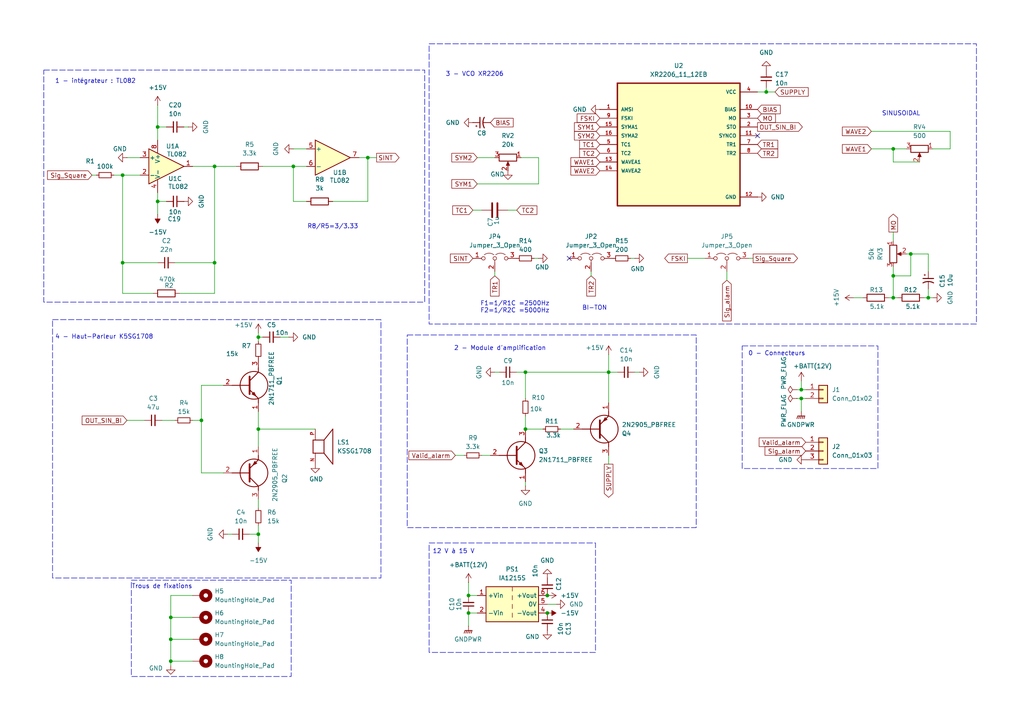
<source format=kicad_sch>
(kicad_sch (version 20250114) (generator "eeschema") (generator_version "9.0")
  (paper "A4")
  (title_block (title "Alarme Laser - Sorties") (rev "V0") (company "ENSEA") (comment 1 "Ilias TALEB") (comment 2 "Mehdi KERD"))
  (lib_symbols
    (symbol "2N1711_PBFREE:2N1711_PBFREE" (pin_names (hide yes))
      (property "Reference" "Q" (at 13.97 1.27 0))
      (property "Value" "2N1711_PBFREE" (at 13.97 -1.27 0))
      (symbol "2N1711_PBFREE_1_1"
        (pin passive line (at 0 0 0) (length 2.54) (name "B") (number "2"))
        (pin passive line (at 10.16 7.62 270) (length 2.54) (name "C") (number "3"))
        (pin passive line (at 10.16 -7.62 90) (length 2.54) (name "E") (number "1"))
      )
    )
    (symbol "2N2905_PBFREE:2N2905_PBFREE" (pin_names (hide yes))
      (property "Reference" "Q" (at 13.97 1.27 0))
      (property "Value" "2N2905_PBFREE" (at 13.97 -1.27 0))
      (symbol "2N2905_PBFREE_1_1"
        (pin passive line (at 0 0 0) (length 2.54) (name "B") (number "2"))
        (pin passive line (at 10.16 7.62 270) (length 2.54) (name "C") (number "3"))
        (pin passive line (at 10.16 -7.62 90) (length 2.54) (name "E") (number "1"))
      )
    )
    (symbol "Amplifier_Operational:TL082" (pin_names (offset 0.127))
      (property "Reference" "U" (at 0 5.08 0))
      (property "Value" "TL082" (at 0 -5.08 0))
      (symbol "TL082_1_1"
        (pin input line (at -7.62 2.54 0) (length 2.54) (name "+") (number "3"))
        (pin input line (at -7.62 -2.54 0) (length 2.54) (name "-") (number "2"))
        (pin output line (at 7.62 0 180) (length 2.54) (name "~") (number "1"))
      )
      (symbol "TL082_2_1"
        (pin input line (at -7.62 2.54 0) (length 2.54) (name "+") (number "5"))
        (pin input line (at -7.62 -2.54 0) (length 2.54) (name "-") (number "6"))
        (pin output line (at 7.62 0 180) (length 2.54) (name "~") (number "7"))
      )
      (symbol "TL082_3_1"
        (pin power_in line (at -2.54 7.62 270) (length 3.81) (name "V+") (number "8"))
        (pin power_in line (at -2.54 -7.62 90) (length 3.81) (name "V-") (number "4"))
      )
    )
    (symbol "Connector_Generic:Conn_01x02" (pin_names (offset 1.016) (hide yes))
      (property "Reference" "J" (at 0 2.54 0))
      (property "Value" "Conn_01x02" (at 0 -5.08 0))
      (symbol "Conn_01x02_1_1"
        (pin passive line (at -5.08 0 0) (length 3.81) (name "Pin_1") (number "1"))
        (pin passive line (at -5.08 -2.54 0) (length 3.81) (name "Pin_2") (number "2"))
      )
    )
    (symbol "Connector_Generic:Conn_01x03" (pin_names (offset 1.016) (hide yes))
      (property "Reference" "J" (at 0 5.08 0))
      (property "Value" "Conn_01x03" (at 0 -5.08 0))
      (symbol "Conn_01x03_1_1"
        (pin passive line (at -5.08 2.54 0) (length 3.81) (name "Pin_1") (number "1"))
        (pin passive line (at -5.08 0 0) (length 3.81) (name "Pin_2") (number "2"))
        (pin passive line (at -5.08 -2.54 0) (length 3.81) (name "Pin_3") (number "3"))
      )
    )
    (symbol "Converter_DCDC:IA1215S"
      (property "Reference" "PS" (at -7.62 6.35 0))
      (property "Value" "IA1215S" (at 1.27 6.35 0))
      (symbol "IA1215S_0_0"
        (pin power_in line (at -10.16 2.54 0) (length 2.54) (name "+Vin") (number "1"))
        (pin power_in line (at -10.16 -2.54 0) (length 2.54) (name "-Vin") (number "2"))
        (pin power_out line (at 10.16 2.54 180) (length 2.54) (name "+Vout") (number "6"))
        (pin power_out line (at 10.16 0 180) (length 2.54) (name "0V") (number "5"))
        (pin power_out line (at 10.16 -2.54 180) (length 2.54) (name "-Vout") (number "4"))
      )
    )
    (symbol "Device:C" (pin_numbers (hide yes)) (pin_names (offset 0.254))
      (property "Reference" "C" (at 0.635 2.54 0))
      (property "Value" "C" (at 0.635 -2.54 0))
      (symbol "C_1_1"
        (pin passive line (at 0 3.81 270) (length 2.794) (name "~") (number "1"))
        (pin passive line (at 0 -3.81 90) (length 2.794) (name "~") (number "2"))
      )
    )
    (symbol "Device:C_Polarized_Small_US" (pin_numbers (hide yes)) (pin_names (offset 0.254) (hide yes))
      (property "Reference" "C" (at 0.254 1.778 0))
      (property "Value" "C_Polarized_Small_US" (at 0.254 -2.032 0))
      (symbol "C_Polarized_Small_US_1_1"
        (pin passive line (at 0 2.54 270) (length 2.032) (name "~") (number "1"))
        (pin passive line (at 0 -2.54 90) (length 2.032) (name "~") (number "2"))
      )
    )
    (symbol "Device:C_Small" (pin_numbers (hide yes)) (pin_names (offset 0.254) (hide yes))
      (property "Reference" "C" (at 0.254 1.778 0))
      (property "Value" "C_Small" (at 0.254 -2.032 0))
      (symbol "C_Small_1_1"
        (pin passive line (at 0 2.54 270) (length 2.032) (name "~") (number "1"))
        (pin passive line (at 0 -2.54 90) (length 2.032) (name "~") (number "2"))
      )
    )
    (symbol "Device:R" (pin_numbers (hide yes)) (pin_names (offset 0))
      (property "Reference" "R" (at 2.032 0 90))
      (property "Value" "R" (at 0 0 90))
      (symbol "R_1_1"
        (pin passive line (at 0 3.81 270) (length 1.27) (name "~") (number "1"))
        (pin passive line (at 0 -3.81 90) (length 1.27) (name "~") (number "2"))
      )
    )
    (symbol "Device:R_Potentiometer" (pin_names (offset 1.016) (hide yes))
      (property "Reference" "RV" (at -4.445 0 90))
      (property "Value" "R_Potentiometer" (at -2.54 0 90))
      (symbol "R_Potentiometer_1_1"
        (pin passive line (at 0 3.81 270) (length 1.27) (name "1") (number "1"))
        (pin passive line (at 0 -3.81 90) (length 1.27) (name "3") (number "3"))
        (pin passive line (at 3.81 0 180) (length 1.27) (name "2") (number "2"))
      )
    )
    (symbol "Device:R_Small" (pin_numbers (hide yes)) (pin_names (offset 0.254) (hide yes))
      (property "Reference" "R" (at 0.762 0.508 0))
      (property "Value" "R_Small" (at 0.762 -1.016 0))
      (symbol "R_Small_1_1"
        (pin passive line (at 0 2.54 270) (length 0.762) (name "~") (number "1"))
        (pin passive line (at 0 -2.54 90) (length 0.762) (name "~") (number "2"))
      )
    )
    (symbol "Jumper:Jumper_3_Open" (pin_names (offset 0) (hide yes)) (exclude_from_sim yes) (in_bom no)
      (property "Reference" "JP" (at -2.54 -2.54 0))
      (property "Value" "Jumper_3_Open" (at 0 2.794 0))
      (symbol "Jumper_3_Open_1_1"
        (pin passive line (at -6.35 0 0) (length 2.54) (name "A") (number "1"))
        (pin passive line (at 0 -3.81 90) (length 2.54) (name "C") (number "2"))
        (pin passive line (at 6.35 0 180) (length 2.54) (name "B") (number "3"))
      )
    )
    (symbol "KSSG1708:KSSG1708" (pin_names (offset 1.016))
      (property "Reference" "LS" (at -1.27 6.35 0))
      (property "Value" "KSSG1708" (at -1.27 -8.255 0))
      (symbol "KSSG1708_0_0"
        (pin passive line (at -2.54 5.08 270) (length 2.54) (name "~") (number "P"))
        (pin passive line (at -2.54 -5.08 90) (length 2.54) (name "~") (number "N"))
      )
    )
    (symbol "Mechanical:MountingHole_Pad" (pin_numbers (hide yes)) (pin_names (offset 1.016) (hide yes)) (exclude_from_sim yes) (in_bom no)
      (property "Reference" "H" (at 0 6.35 0))
      (property "Value" "MountingHole_Pad" (at 0 4.445 0))
      (symbol "MountingHole_Pad_1_1"
        (pin input line (at 0 -2.54 90) (length 2.54) (name "1") (number "1"))
      )
    )
    (symbol "XR2206_11_12EB:XR2206_11_12EB" (pin_names (offset 1.016))
      (property "Reference" "U3" (at 0 22.86 0))
      (property "Value" "XR2206_11_12EB" (at 0 20.32 0))
      (symbol "XR2206_11_12EB_0_0"
        (pin input line (at -22.86 10.16 0) (length 5.08) (name "AMSI") (number "1"))
        (pin input line (at -22.86 7.62 0) (length 5.08) (name "FSKI") (number "9"))
        (pin input line (at -22.86 5.08 0) (length 5.08) (name "SYMA1") (number "15"))
        (pin input line (at -22.86 2.54 0) (length 5.08) (name "SYMA2") (number "16"))
        (pin input line (at -22.86 0 0) (length 5.08) (name "TC1") (number "5"))
        (pin input line (at -22.86 -2.54 0) (length 5.08) (name "TC2") (number "6"))
        (pin input line (at -22.86 -5.08 0) (length 5.08) (name "WAVEA1") (number "13"))
        (pin input line (at -22.86 -7.62 0) (length 5.08) (name "WAVEA2") (number "14"))
        (pin power_in line (at 22.86 15.24 180) (length 5.08) (name "VCC") (number "4"))
        (pin output line (at 22.86 10.16 180) (length 5.08) (name "BIAS") (number "10"))
        (pin output line (at 22.86 7.62 180) (length 5.08) (name "MO") (number "3"))
        (pin output line (at 22.86 5.08 180) (length 5.08) (name "STO") (number "2"))
        (pin output line (at 22.86 2.54 180) (length 5.08) (name "SYNCO") (number "11"))
        (pin output line (at 22.86 0 180) (length 5.08) (name "TR1") (number "7"))
        (pin power_in line (at 22.86 -15.24 180) (length 5.08) (name "GND") (number "12"))
      )
      (symbol "XR2206_11_12EB_1_0"
        (pin output line (at 22.86 -2.54 180) (length 5.08) (name "TR2") (number "8"))
      )
    )
    (symbol "power:+15V" (power) (pin_numbers (hide yes)) (pin_names (offset 0) (hide yes))
      (property "Value" "+15V" (at 0 3.556 0))
      (symbol "+15V_1_1"
        (pin power_in line (at 0 0 90) (length 0) (name "~") (number "1"))
      )
    )
    (symbol "power:+BATT" (power) (pin_numbers (hide yes)) (pin_names (offset 0) (hide yes))
      (property "Value" "+BATT" (at 0 3.556 0))
      (symbol "+BATT_1_1"
        (pin power_in line (at 0 0 90) (length 0) (name "~") (number "1"))
      )
    )
    (symbol "power:-15V" (power) (pin_numbers (hide yes)) (pin_names (offset 0) (hide yes))
      (property "Value" "-15V" (at 0 3.556 0))
      (symbol "-15V_0_0"
        (pin power_in line (at 0 0 90) (length 0) (name "~") (number "1"))
      )
    )
    (symbol "power:GND" (power) (pin_numbers (hide yes)) (pin_names (offset 0) (hide yes))
      (property "Value" "GND" (at 0 -3.81 0))
      (symbol "GND_1_1"
        (pin power_in line (at 0 0 270) (length 0) (name "~") (number "1"))
      )
    )
    (symbol "power:GNDPWR" (power) (pin_numbers (hide yes)) (pin_names (offset 0) (hide yes))
      (property "Value" "GNDPWR" (at 0 -3.302 0))
      (symbol "GNDPWR_1_1"
        (pin power_in line (at 0 0 270) (length 0) (name "~") (number "1"))
      )
    )
    (symbol "power:PWR_FLAG" (power) (pin_numbers (hide yes)) (pin_names (offset 0) (hide yes))
      (property "Value" "PWR_FLAG" (at 0 3.81 0))
      (symbol "PWR_FLAG_0_0"
        (pin power_out line (at 0 0 90) (length 0) (name "~") (number "1"))
      )
    )
  )
  (rectangle (start 118.11 97.155) (end 201.93 153.035) (stroke (width 0) (type dash)))
  (rectangle (start 38.1 168.275) (end 84.455 196.215) (stroke (width 0) (type dash)))
  (rectangle (start 15.24 92.71) (end 110.49 167.64) (stroke (width 0) (type dash)))
  (rectangle (start 12.7 20.32) (end 123.19 87.63) (stroke (width 0) (type dash)))
  (rectangle (start 215.265 100.33) (end 254.635 135.89) (stroke (width 0) (type dash)))
  (rectangle (start 124.46 12.7) (end 283.21 93.98) (stroke (width 0) (type dash)))
  (rectangle (start 124.46 157.48) (end 172.72 189.23) (stroke (width 0) (type dash)))
  (text "BI-TON\n" (at 172.466 89.408 0) (effects (font (size 1.27 1.27))))
  (text "R8/R5=3/3.33\n" (at 96.52 65.786 0) (effects (font (size 1.27 1.27))))
  (text "F1=1/R1C =2500Hz\nF2=1/R2C =5000Hz\n" (at 149.352 89.154 0) (effects (font (size 1.27 1.27))))
  (text "SINUSOIDAL\n" (at 261.366 33.02 0) (effects (font (size 1.27 1.27))))
  (text "3 - VCO XR2206\n" (at 137.668 21.59 0) (effects (font (size 1.27 1.27))))
  (text "1 - intégrateur : TL082\n" (at 27.686 23.622 0) (effects (font (size 1.27 1.27))))
  (text "0 - Connecteurs\n" (at 225.298 102.616 0) (effects (font (size 1.27 1.27))))
  (text "Trous de fixations" (at 46.99 170.18 0) (effects (font (size 1.27 1.27))))
  (text "4 - Haut-Parleur K5SG1708\n" (at 30.226 97.79 0) (effects (font (size 1.27 1.27))))
  (text "2 - Module d'amplification\n" (at 145.034 101.092 0) (effects (font (size 1.27 1.27))))
  (text "12 V à 15 V\n" (at 131.572 160.02 0) (effects (font (size 1.27 1.27))))
  (junction (at 259.08 43.18))
  (junction (at 222.25 26.67))
  (junction (at 232.41 113.03))
  (junction (at 45.72 36.83))
  (junction (at 58.42 121.92))
  (junction (at 106.68 45.72))
  (junction (at 49.53 185.42))
  (junction (at 49.53 179.07))
  (junction (at 49.53 191.77))
  (junction (at 62.23 76.2))
  (junction (at 158.75 177.8))
  (junction (at 176.53 107.95))
  (junction (at 35.56 76.2))
  (junction (at 259.08 86.36))
  (junction (at 259.08 80.01))
  (junction (at 35.56 50.8))
  (junction (at 62.23 48.26))
  (junction (at 74.93 154.94))
  (junction (at 74.93 124.46))
  (junction (at 85.09 48.26))
  (junction (at 232.41 115.57))
  (junction (at 135.89 172.72))
  (junction (at 152.4 124.46))
  (junction (at 269.24 86.36))
  (junction (at 158.75 172.72))
  (junction (at 135.89 177.8))
  (junction (at 152.4 107.95))
  (junction (at 74.93 97.79))
  (junction (at 264.16 73.66))
  (junction (at 45.72 58.42))
  (no_connect (at 219.71 39.37))
  (no_connect (at 165.1 74.93))
  (wire (pts (xy 232.41 113.03) (xy 233.68 113.03)))
  (wire (pts (xy 40.64 50.8) (xy 35.56 50.8)))
  (wire (pts (xy 66.04 154.94) (xy 67.31 154.94)))
  (wire (pts (xy 36.83 45.72) (xy 40.64 45.72)))
  (wire (pts (xy 262.89 43.18) (xy 259.08 43.18)))
  (wire (pts (xy 162.56 124.46) (xy 166.37 124.46)))
  (wire (pts (xy 259.08 80.01) (xy 259.08 86.36)))
  (wire (pts (xy 74.93 124.46) (xy 91.44 124.46)))
  (wire (pts (xy 76.2 48.26) (xy 85.09 48.26)))
  (wire (pts (xy 156.21 45.72) (xy 151.13 45.72)))
  (wire (pts (xy 275.59 38.1) (xy 275.59 43.18)))
  (wire (pts (xy 259.08 43.18) (xy 252.73 43.18)))
  (wire (pts (xy 176.53 132.08) (xy 176.53 134.62)))
  (wire (pts (xy 46.99 121.92) (xy 50.8 121.92)))
  (wire (pts (xy 132.08 132.08) (xy 134.62 132.08)))
  (wire (pts (xy 55.88 121.92) (xy 58.42 121.92)))
  (wire (pts (xy 156.21 74.93) (xy 154.94 74.93)))
  (wire (pts (xy 74.93 96.52) (xy 74.93 97.79)))
  (wire (pts (xy 55.88 179.07) (xy 49.53 179.07)))
  (wire (pts (xy 109.22 45.72) (xy 106.68 45.72)))
  (wire (pts (xy 161.29 175.26) (xy 158.75 175.26)))
  (wire (pts (xy 45.72 58.42) (xy 45.72 55.88)))
  (wire (pts (xy 83.82 97.79) (xy 81.28 97.79)))
  (wire (pts (xy 156.21 45.72) (xy 156.21 53.34)))
  (wire (pts (xy 259.08 46.99) (xy 259.08 43.18)))
  (wire (pts (xy 74.93 147.32) (xy 74.93 144.78)))
  (wire (pts (xy 143.51 107.95) (xy 144.78 107.95)))
  (wire (pts (xy 232.41 113.03) (xy 232.41 110.49)))
  (wire (pts (xy 85.09 48.26) (xy 85.09 58.42)))
  (wire (pts (xy 156.21 53.34) (xy 138.43 53.34)))
  (wire (pts (xy 54.61 36.83) (xy 53.34 36.83)))
  (wire (pts (xy 135.89 177.8) (xy 138.43 177.8)))
  (wire (pts (xy 269.24 86.36) (xy 267.97 86.36)))
  (wire (pts (xy 139.7 60.96) (xy 137.16 60.96)))
  (wire (pts (xy 55.88 185.42) (xy 49.53 185.42)))
  (wire (pts (xy 184.15 74.93) (xy 182.88 74.93)))
  (wire (pts (xy 49.53 185.42) (xy 49.53 191.77)))
  (wire (pts (xy 50.8 76.2) (xy 62.23 76.2)))
  (wire (pts (xy 260.35 86.36) (xy 259.08 86.36)))
  (wire (pts (xy 74.93 119.38) (xy 74.93 124.46)))
  (wire (pts (xy 74.93 157.48) (xy 74.93 154.94)))
  (wire (pts (xy 33.02 50.8) (xy 35.56 50.8)))
  (wire (pts (xy 222.25 26.67) (xy 222.25 25.4)))
  (wire (pts (xy 218.44 74.93) (xy 217.17 74.93)))
  (wire (pts (xy 55.88 172.72) (xy 49.53 172.72)))
  (wire (pts (xy 171.45 78.74) (xy 171.45 80.01)))
  (wire (pts (xy 176.53 102.87) (xy 176.53 107.95)))
  (wire (pts (xy 231.14 113.03) (xy 232.41 113.03)))
  (wire (pts (xy 48.26 58.42) (xy 45.72 58.42)))
  (wire (pts (xy 210.82 81.28) (xy 210.82 78.74)))
  (wire (pts (xy 264.16 73.66) (xy 264.16 80.01)))
  (wire (pts (xy 35.56 85.09) (xy 44.45 85.09)))
  (wire (pts (xy 266.7 46.99) (xy 259.08 46.99)))
  (wire (pts (xy 85.09 43.18) (xy 88.9 43.18)))
  (wire (pts (xy 49.53 179.07) (xy 49.53 185.42)))
  (wire (pts (xy 270.51 86.36) (xy 269.24 86.36)))
  (wire (pts (xy 152.4 124.46) (xy 157.48 124.46)))
  (wire (pts (xy 62.23 48.26) (xy 62.23 76.2)))
  (wire (pts (xy 41.91 121.92) (xy 36.83 121.92)))
  (wire (pts (xy 259.08 80.01) (xy 264.16 80.01)))
  (wire (pts (xy 135.89 172.72) (xy 138.43 172.72)))
  (wire (pts (xy 85.09 48.26) (xy 88.9 48.26)))
  (wire (pts (xy 72.39 154.94) (xy 74.93 154.94)))
  (wire (pts (xy 49.53 191.77) (xy 49.53 193.04)))
  (wire (pts (xy 62.23 85.09) (xy 52.07 85.09)))
  (wire (pts (xy 152.4 107.95) (xy 176.53 107.95)))
  (wire (pts (xy 74.93 129.54) (xy 74.93 124.46)))
  (wire (pts (xy 152.4 120.65) (xy 152.4 124.46)))
  (wire (pts (xy 142.24 132.08) (xy 139.7 132.08)))
  (wire (pts (xy 45.72 76.2) (xy 35.56 76.2)))
  (wire (pts (xy 152.4 107.95) (xy 152.4 115.57)))
  (wire (pts (xy 62.23 48.26) (xy 55.88 48.26)))
  (wire (pts (xy 269.24 78.74) (xy 269.24 73.66)))
  (wire (pts (xy 58.42 137.16) (xy 64.77 137.16)))
  (wire (pts (xy 45.72 30.48) (xy 45.72 36.83)))
  (wire (pts (xy 45.72 36.83) (xy 45.72 40.64)))
  (wire (pts (xy 232.41 115.57) (xy 233.68 115.57)))
  (wire (pts (xy 74.93 154.94) (xy 74.93 152.4)))
  (wire (pts (xy 269.24 73.66) (xy 264.16 73.66)))
  (wire (pts (xy 275.59 43.18) (xy 270.51 43.18)))
  (wire (pts (xy 259.08 86.36) (xy 257.81 86.36)))
  (wire (pts (xy 58.42 111.76) (xy 64.77 111.76)))
  (wire (pts (xy 45.72 62.23) (xy 45.72 58.42)))
  (wire (pts (xy 135.89 181.61) (xy 135.89 177.8)))
  (wire (pts (xy 55.88 191.77) (xy 49.53 191.77)))
  (wire (pts (xy 185.42 107.95) (xy 184.15 107.95)))
  (wire (pts (xy 149.86 60.96) (xy 147.32 60.96)))
  (wire (pts (xy 58.42 111.76) (xy 58.42 121.92)))
  (wire (pts (xy 76.2 97.79) (xy 74.93 97.79)))
  (wire (pts (xy 231.14 115.57) (xy 232.41 115.57)))
  (wire (pts (xy 259.08 67.31) (xy 259.08 69.85)))
  (wire (pts (xy 88.9 58.42) (xy 85.09 58.42)))
  (wire (pts (xy 106.68 45.72) (xy 104.14 45.72)))
  (wire (pts (xy 35.56 76.2) (xy 35.56 85.09)))
  (wire (pts (xy 152.4 139.7) (xy 152.4 140.97)))
  (wire (pts (xy 96.52 58.42) (xy 106.68 58.42)))
  (wire (pts (xy 232.41 119.38) (xy 232.41 115.57)))
  (wire (pts (xy 199.39 74.93) (xy 204.47 74.93)))
  (wire (pts (xy 264.16 73.66) (xy 262.89 73.66)))
  (wire (pts (xy 222.25 26.67) (xy 224.79 26.67)))
  (wire (pts (xy 149.86 107.95) (xy 152.4 107.95)))
  (wire (pts (xy 106.68 58.42) (xy 106.68 45.72)))
  (wire (pts (xy 247.65 86.36) (xy 250.19 86.36)))
  (wire (pts (xy 252.73 38.1) (xy 275.59 38.1)))
  (wire (pts (xy 68.58 48.26) (xy 62.23 48.26)))
  (wire (pts (xy 135.89 168.91) (xy 135.89 172.72)))
  (wire (pts (xy 179.07 107.95) (xy 176.53 107.95)))
  (wire (pts (xy 259.08 77.47) (xy 259.08 80.01)))
  (wire (pts (xy 269.24 83.82) (xy 269.24 86.36)))
  (wire (pts (xy 48.26 36.83) (xy 45.72 36.83)))
  (wire (pts (xy 58.42 137.16) (xy 58.42 121.92)))
  (wire (pts (xy 176.53 107.95) (xy 176.53 116.84)))
  (wire (pts (xy 49.53 172.72) (xy 49.53 179.07)))
  (wire (pts (xy 35.56 50.8) (xy 35.56 76.2)))
  (wire (pts (xy 26.67 50.8) (xy 27.94 50.8)))
  (wire (pts (xy 219.71 26.67) (xy 222.25 26.67)))
  (wire (pts (xy 143.51 80.01) (xy 143.51 78.74)))
  (wire (pts (xy 62.23 76.2) (xy 62.23 85.09)))
  (wire (pts (xy 74.93 97.79) (xy 74.93 99.06)))
  (wire (pts (xy 138.43 45.72) (xy 143.51 45.72)))
  (global_label "OUT_SIN_BI" (shape output) (at 219.71 36.83 0) (property "Intersheetrefs" "${INTERSHEET_REFS}" (effects (hide yes))))
  (global_label "SUPPLY" (shape output) (at 176.53 134.62 270) (property "Intersheetrefs" "${INTERSHEET_REFS}" (effects (hide yes))))
  (global_label "BIAS" (shape input) (at 219.71 31.75 0) (property "Intersheetrefs" "${INTERSHEET_REFS}" (effects (hide yes))))
  (global_label "Sig_Square" (shape output) (at 218.44 74.93 0) (property "Intersheetrefs" "${INTERSHEET_REFS}" (effects (hide yes))))
  (global_label "TC1" (shape input) (at 137.16 60.96 180) (property "Intersheetrefs" "${INTERSHEET_REFS}" (effects (hide yes))))
  (global_label "WAVE1" (shape input) (at 252.73 43.18 180) (property "Intersheetrefs" "${INTERSHEET_REFS}" (effects (hide yes))))
  (global_label "SYM1" (shape input) (at 138.43 53.34 180) (property "Intersheetrefs" "${INTERSHEET_REFS}" (effects (hide yes))))
  (global_label "FSKI" (shape output) (at 199.39 74.93 180) (property "Intersheetrefs" "${INTERSHEET_REFS}" (effects (hide yes))))
  (global_label "SYM2" (shape input) (at 138.43 45.72 180) (property "Intersheetrefs" "${INTERSHEET_REFS}" (effects (hide yes))))
  (global_label "WAVE2" (shape input) (at 252.73 38.1 180) (property "Intersheetrefs" "${INTERSHEET_REFS}" (effects (hide yes))))
  (global_label "Sig_alarm" (shape input) (at 233.68 130.81 180) (property "Intersheetrefs" "${INTERSHEET_REFS}" (effects (hide yes))))
  (global_label "WAVE1" (shape input) (at 173.99 46.99 180) (property "Intersheetrefs" "${INTERSHEET_REFS}" (effects (hide yes))))
  (global_label "Valid_alarm" (shape input) (at 233.68 128.27 180) (property "Intersheetrefs" "${INTERSHEET_REFS}" (effects (hide yes))))
  (global_label "FSKI" (shape input) (at 173.99 34.29 180) (property "Intersheetrefs" "${INTERSHEET_REFS}" (effects (hide yes))))
  (global_label "SUPPLY" (shape input) (at 224.79 26.67 0) (property "Intersheetrefs" "${INTERSHEET_REFS}" (effects (hide yes))))
  (global_label "MO" (shape output) (at 259.08 67.31 90) (property "Intersheetrefs" "${INTERSHEET_REFS}" (effects (hide yes))))
  (global_label "TR2" (shape input) (at 219.71 44.45 0) (property "Intersheetrefs" "${INTERSHEET_REFS}" (effects (hide yes))))
  (global_label "TC1" (shape input) (at 173.99 41.91 180) (property "Intersheetrefs" "${INTERSHEET_REFS}" (effects (hide yes))))
  (global_label "Valid_alarm" (shape input) (at 132.08 132.08 180) (property "Intersheetrefs" "${INTERSHEET_REFS}" (effects (hide yes))))
  (global_label "TR1" (shape input) (at 143.51 80.01 270) (property "Intersheetrefs" "${INTERSHEET_REFS}" (effects (hide yes))))
  (global_label "SINT" (shape input) (at 137.16 74.93 180) (property "Intersheetrefs" "${INTERSHEET_REFS}" (effects (hide yes))))
  (global_label "TC2" (shape input) (at 173.99 44.45 180) (property "Intersheetrefs" "${INTERSHEET_REFS}" (effects (hide yes))))
  (global_label "Sig_Square" (shape input) (at 26.67 50.8 180) (property "Intersheetrefs" "${INTERSHEET_REFS}" (effects (hide yes))))
  (global_label "SYM1" (shape input) (at 173.99 36.83 180) (property "Intersheetrefs" "${INTERSHEET_REFS}" (effects (hide yes))))
  (global_label "SYM2" (shape input) (at 173.99 39.37 180) (property "Intersheetrefs" "${INTERSHEET_REFS}" (effects (hide yes))))
  (global_label "OUT_SIN_BI" (shape input) (at 36.83 121.92 180) (property "Intersheetrefs" "${INTERSHEET_REFS}" (effects (hide yes))))
  (global_label "Sig_alarm" (shape input) (at 210.82 81.28 270) (property "Intersheetrefs" "${INTERSHEET_REFS}" (effects (hide yes))))
  (global_label "MO" (shape input) (at 219.71 34.29 0) (property "Intersheetrefs" "${INTERSHEET_REFS}" (effects (hide yes))))
  (global_label "TC2" (shape input) (at 149.86 60.96 0) (property "Intersheetrefs" "${INTERSHEET_REFS}" (effects (hide yes))))
  (global_label "TR2" (shape input) (at 171.45 80.01 270) (property "Intersheetrefs" "${INTERSHEET_REFS}" (effects (hide yes))))
  (global_label "SINT" (shape output) (at 109.22 45.72 0) (property "Intersheetrefs" "${INTERSHEET_REFS}" (effects (hide yes))))
  (global_label "TR1" (shape input) (at 219.71 41.91 0) (property "Intersheetrefs" "${INTERSHEET_REFS}" (effects (hide yes))))
  (global_label "BIAS" (shape input) (at 142.24 35.56 0) (property "Intersheetrefs" "${INTERSHEET_REFS}" (effects (hide yes))))
  (global_label "WAVE2" (shape input) (at 173.99 49.53 180) (property "Intersheetrefs" "${INTERSHEET_REFS}" (effects (hide yes))))
  (symbol (lib_id "power:GND") (at 161.29 175.26 90) (unit 1)
    (property "Reference" "#PWR027" (effects (hide yes)))
    (property "Value" "GND" (at 165.1 175.2599 90) (effects (justify right)))
    (property "Description" "Power symbol creates a global label with name \"GND\" , ground" (effects (hide yes)))
  )
  (symbol (lib_id "Device:C_Small") (at 50.8 58.42 270) (unit 1)
    (property "Reference" "C19" (at 50.546 63.5 90))
    (property "Value" "10n" (at 50.8 61.468 90))
    (property "Footprint" "Capacitor_THT:CP_Radial_Tantal_D4.5mm_P5.00mm" (effects (hide yes)))
    (property "Description" "Unpolarized capacitor, small symbol" (effects (hide yes)))
  )
  (symbol (lib_id "Converter_DCDC:IA1215S") (at 148.59 175.26 0) (unit 1)
    (property "Reference" "PS1" (at 148.59 165.1 0))
    (property "Value" "IA1215S" (at 148.59 167.64 0))
    (property "Footprint" "Converter_DCDC:Converter_DCDC_XP_POWER-IAxxxxS_THT" (effects (hide yes)))
    (property "Datasheet" "https://www.xppower.com/pdfs/SF_IA.pdf" (effects (hide yes)))
    (property "Description" "XP Power 1W, 1000 VDC Isolated DC/DC Converter Module, Dual Output Voltage ±15V, ±33mA, 12V Input Voltage, SIP" (effects (hide yes)))
  )
  (symbol (lib_id "2N1711_PBFREE:2N1711_PBFREE") (at 142.24 132.08 0) (unit 1)
    (property "Reference" "Q3" (at 156.21 130.8099 0) (effects (justify left)))
    (property "Value" "2N1711_PBFREE" (at 156.21 133.3499 0) (effects (justify left)))
    (property "Footprint" "footprints.pretty (fin empreinte):TO39" (effects (hide yes)))
    (property "Datasheet" "https://my.centralsemi.com/datasheets/2N1711.PDF" (effects (hide yes)))
    (property "Description" "Trans GP BJT NPN 50V 0.5A 800mW 3-Pin TO-39" (effects (hide yes)))
    (property "Height" "6.6" (effects (hide yes)))
    (property "Mouser Part Number" "610-2N1711" (effects (hide yes)))
    (property "Mouser Price/Stock" "https://www.mouser.co.uk/ProductDetail/Central-Semiconductor/2N1711-PBFREE?qs=u16ybLDytRYVPzhcafNADQ%3D%3D" (effects (hide yes)))
    (property "Manufacturer_Name" "Central Semiconductor" (effects (hide yes)))
    (property "Manufacturer_Part_Number" "2N1711 PBFREE" (effects (hide yes)))
  )
  (symbol (lib_id "Device:C_Small") (at 181.61 107.95 90) (unit 1)
    (property "Reference" "C14" (at 181.6163 101.6 90))
    (property "Value" "10n" (at 181.6163 104.14 90))
    (property "Footprint" "Capacitor_THT:CP_Radial_Tantal_D4.5mm_P5.00mm" (effects (hide yes)))
    (property "Description" "Unpolarized capacitor, small symbol" (effects (hide yes)))
  )
  (symbol (lib_id "Mechanical:MountingHole_Pad") (at 58.42 185.42 270) (unit 1) (exclude_from_sim yes) (in_bom no)
    (property "Reference" "H7" (at 62.23 184.1499 90) (effects (justify left)))
    (property "Value" "MountingHole_Pad" (at 62.23 186.6899 90) (effects (justify left)))
    (property "Footprint" "MountingHole:MountingHole_3.2mm_M3_DIN965_Pad" (effects (hide yes)))
    (property "Description" "Mounting Hole with connection" (effects (hide yes)))
  )
  (symbol (lib_id "Device:R_Potentiometer") (at 147.32 45.72 270) (unit 1)
    (property "Reference" "RV2" (at 147.32 39.37 90))
    (property "Value" "20k" (at 147.32 41.91 90))
    (property "Footprint" "Potentiometer_THT:Potentiometer_ACP_CA9-H5_Horizontal" (effects (hide yes)))
    (property "Description" "Potentiometer" (effects (hide yes)))
  )
  (symbol (lib_id "power:GND") (at 184.15 74.93 90) (unit 1)
    (property "Reference" "#PWR048" (effects (hide yes)))
    (property "Value" "GND" (at 182.88 77.978 90) (effects (justify right)))
    (property "Description" "Power symbol creates a global label with name \"GND\" , ground" (effects (hide yes)))
  )
  (symbol (lib_id "Amplifier_Operational:TL082") (at 96.52 45.72 0) (unit 2)
    (property "Reference" "U1" (at 98.552 50.038 0))
    (property "Value" "TL082" (at 98.552 52.324 0))
    (property "Footprint" "KiCadALI:DIP794W53P254L959H508Q8N" (effects (hide yes)))
    (property "Datasheet" "http://www.ti.com/lit/ds/symlink/tl081.pdf" (effects (hide yes)))
    (property "Description" "Dual JFET-Input Operational Amplifiers, DIP-8/SOIC-8/SSOP-8" (effects (hide yes)))
  )
  (symbol (lib_id "Device:R_Small") (at 160.02 124.46 270) (unit 1)
    (property "Reference" "R11" (at 160.02 122.174 90))
    (property "Value" "3.3k" (at 160.528 126.238 90))
    (property "Footprint" "Resistor_THT:R_Axial_DIN0204_L3.6mm_D1.6mm_P2.54mm_Vertical" (effects (hide yes)))
    (property "Description" "Resistor, small symbol" (effects (hide yes)))
  )
  (symbol (lib_id "Device:C_Polarized_Small_US") (at 139.7 35.56 90) (unit 1)
    (property "Reference" "C8" (at 139.7 38.608 90))
    (property "Value" "10n" (effects (hide yes)))
    (property "Footprint" "Capacitor_THT:CP_Radial_Tantal_D4.5mm_P5.00mm" (effects (hide yes)))
    (property "Description" "Polarized capacitor, small US symbol" (effects (hide yes)))
  )
  (symbol (lib_id "Device:C_Polarized_Small_US") (at 269.24 81.28 0) (unit 1)
    (property "Reference" "C15" (at 273.304 81.534 90))
    (property "Value" "10u" (at 275.59 81.28 90))
    (property "Footprint" "Capacitor_THT:CP_Radial_Tantal_D4.5mm_P5.00mm" (effects (hide yes)))
    (property "Description" "Polarized capacitor, small US symbol" (effects (hide yes)))
  )
  (symbol (lib_id "power:+BATT") (at 135.89 168.91 0) (unit 1)
    (property "Reference" "#PWR020" (effects (hide yes)))
    (property "Value" "+BATT(12V)" (at 135.89 163.83 0))
    (property "Description" "Power symbol creates a global label with name \"+BATT\"" (effects (hide yes)))
  )
  (symbol (lib_id "Device:C_Small") (at 147.32 107.95 270) (unit 1)
    (property "Reference" "C9" (at 147.32 104.648 90))
    (property "Value" "10n" (at 147.32 110.998 90))
    (property "Footprint" "Capacitor_THT:CP_Radial_Tantal_D4.5mm_P5.00mm" (effects (hide yes)))
    (property "Description" "Unpolarized capacitor, small symbol" (effects (hide yes)))
  )
  (symbol (lib_id "power:+15V") (at 158.75 172.72 270) (unit 1)
    (property "Reference" "#PWR026" (effects (hide yes)))
    (property "Value" "+15V" (at 162.56 172.7199 90) (effects (justify left)))
    (property "Description" "Power symbol creates a global label with name \"+15V\"" (effects (hide yes)))
  )
  (symbol (lib_id "power:GND") (at 158.75 182.88 0) (unit 1)
    (property "Reference" "#PWR029" (effects (hide yes)))
    (property "Value" "GND" (at 154.432 184.658 0))
    (property "Description" "Power symbol creates a global label with name \"GND\" , ground" (effects (hide yes)))
  )
  (symbol (lib_id "power:+15V") (at 45.72 30.48 0) (unit 1)
    (property "Reference" "#PWR046" (effects (hide yes)))
    (property "Value" "+15V" (at 45.72 25.4 0))
    (property "Description" "Power symbol creates a global label with name \"+15V\"" (effects (hide yes)))
  )
  (symbol (lib_id "power:GND") (at 54.61 36.83 90) (unit 1)
    (property "Reference" "#PWR034" (effects (hide yes)))
    (property "Value" "GND" (at 59.69 36.83 0))
    (property "Description" "Power symbol creates a global label with name \"GND\" , ground" (effects (hide yes)))
  )
  (symbol (lib_id "Device:C_Small") (at 135.89 175.26 180) (unit 1)
    (property "Reference" "C10" (at 131.064 175.26 90))
    (property "Value" "10n" (at 133.096 175.26 90))
    (property "Footprint" "Capacitor_THT:CP_Radial_Tantal_D4.5mm_P5.00mm" (effects (hide yes)))
    (property "Description" "Unpolarized capacitor, small symbol" (effects (hide yes)))
  )
  (symbol (lib_id "Mechanical:MountingHole_Pad") (at 58.42 191.77 270) (unit 1) (exclude_from_sim yes) (in_bom no)
    (property "Reference" "H8" (at 62.23 190.4999 90) (effects (justify left)))
    (property "Value" "MountingHole_Pad" (at 62.23 193.0399 90) (effects (justify left)))
    (property "Footprint" "MountingHole:MountingHole_3.2mm_M3_DIN965_Pad" (effects (hide yes)))
    (property "Description" "Mounting Hole with connection" (effects (hide yes)))
  )
  (symbol (lib_id "KSSG1708:KSSG1708") (at 93.98 129.54 0) (unit 1)
    (property "Reference" "LS1" (at 97.79 128.2699 0) (effects (justify left)))
    (property "Value" "KSSG1708" (at 97.79 130.8099 0) (effects (justify left)))
    (property "Footprint" "KSSG1708:SPKR_KSSG1708" (effects (hide yes)))
    (property "MF" "Kingstate" (effects (hide yes)))
    (property "MAXIMUM_PACKAGE_HEIGHT" "8 mm" (effects (hide yes)))
    (property "Package" "None" (effects (hide yes)))
    (property "Price" "None" (effects (hide yes)))
    (property "Check_prices" "https://www.snapeda.com/parts/KSSG1708/Kingstate/view-part/?ref=eda" (effects (hide yes)))
    (property "STANDARD" "IPC 7351B" (effects (hide yes)))
    (property "PARTREV" "1.1" (effects (hide yes)))
    (property "SnapEDA_Link" "https://www.snapeda.com/parts/KSSG1708/Kingstate/view-part/?ref=snap" (effects (hide yes)))
    (property "MP" "KSSG1708" (effects (hide yes)))
    (property "Description_1" "Speaker 0.2W, 8Ω ,87 dB (SPL), 850Hz, Round Type" (effects (hide yes)))
    (property "Availability" "In Stock" (effects (hide yes)))
    (property "MANUFACTURER" "Kingstate" (effects (hide yes)))
  )
  (symbol (lib_id "Device:C_Small") (at 48.26 76.2 90) (unit 1)
    (property "Reference" "C2" (at 48.2663 69.85 90))
    (property "Value" "22n" (at 48.2663 72.39 90))
    (property "Footprint" "Capacitor_THT:CP_Radial_Tantal_D4.5mm_P5.00mm" (effects (hide yes)))
    (property "Description" "Unpolarized capacitor, small symbol" (effects (hide yes)))
  )
  (symbol (lib_id "power:GND") (at 143.51 107.95 270) (unit 1)
    (property "Reference" "#PWR015" (effects (hide yes)))
    (property "Value" "GND" (at 138.938 107.95 0))
    (property "Description" "Power symbol creates a global label with name \"GND\" , ground" (effects (hide yes)))
  )
  (symbol (lib_id "power:+15V") (at 74.93 96.52 0) (unit 1)
    (property "Reference" "#PWR08" (effects (hide yes)))
    (property "Value" "+15V" (at 70.612 94.234 0))
    (property "Description" "Power symbol creates a global label with name \"+15V\"" (effects (hide yes)))
  )
  (symbol (lib_id "power:GND") (at 66.04 154.94 270) (unit 1)
    (property "Reference" "#PWR06" (effects (hide yes)))
    (property "Value" "GND" (at 60.96 154.94 0))
    (property "Description" "Power symbol creates a global label with name \"GND\" , ground" (effects (hide yes)))
  )
  (symbol (lib_id "Device:C_Small") (at 50.8 36.83 270) (unit 1)
    (property "Reference" "C20" (at 50.7936 30.48 90))
    (property "Value" "10n" (at 50.7936 33.02 90))
    (property "Footprint" "Capacitor_THT:CP_Radial_Tantal_D4.5mm_P5.00mm" (effects (hide yes)))
    (property "Description" "Unpolarized capacitor, small symbol" (effects (hide yes)))
  )
  (symbol (lib_id "Device:R") (at 254 86.36 270) (unit 1)
    (property "Reference" "R13" (at 252.222 84.074 90) (effects (justify left)))
    (property "Value" "5.1k" (at 252.222 88.9 90) (effects (justify left)))
    (property "Footprint" "Resistor_THT:R_Axial_DIN0204_L3.6mm_D1.6mm_P2.54mm_Vertical" (effects (hide yes)))
    (property "Description" "Resistor" (effects (hide yes)))
  )
  (symbol (lib_id "power:GND") (at 147.32 49.53 0) (unit 1)
    (property "Reference" "#PWR016" (effects (hide yes)))
    (property "Value" "GND" (at 144.272 50.546 0))
    (property "Description" "Power symbol creates a global label with name \"GND\" , ground" (effects (hide yes)))
  )
  (symbol (lib_id "Device:R") (at 72.39 48.26 90) (unit 1)
    (property "Reference" "R5" (at 72.39 41.91 90))
    (property "Value" "3.3k" (at 72.39 44.45 90))
    (property "Footprint" "Resistor_THT:R_Axial_DIN0204_L3.6mm_D1.6mm_P2.54mm_Vertical" (effects (hide yes)))
    (property "Description" "Resistor" (effects (hide yes)))
  )
  (symbol (lib_id "power:-15V") (at 74.93 157.48 180) (unit 1)
    (property "Reference" "#PWR07" (effects (hide yes)))
    (property "Value" "-15V" (at 74.93 162.56 0))
    (property "Description" "Power symbol creates a global label with name \"-15V\"" (effects (hide yes)))
  )
  (symbol (lib_id "power:+15V") (at 247.65 86.36 90) (unit 1)
    (property "Reference" "#PWR036" (effects (hide yes)))
    (property "Value" "+15V" (at 242.57 86.36 0))
    (property "Description" "Power symbol creates a global label with name \"+15V\"" (effects (hide yes)))
  )
  (symbol (lib_id "Device:R_Small") (at 152.4 118.11 0) (unit 1)
    (property "Reference" "R10" (at 154.178 115.316 0) (effects (justify left)))
    (property "Value" "10k" (at 153.67 118.618 0) (effects (justify left)))
    (property "Footprint" "Resistor_THT:R_Axial_DIN0204_L3.6mm_D1.6mm_P2.54mm_Vertical" (effects (hide yes)))
    (property "Description" "Resistor, small symbol" (effects (hide yes)))
  )
  (symbol (lib_id "power:GND") (at 219.71 57.15 90) (unit 1)
    (property "Reference" "#PWR037" (effects (hide yes)))
    (property "Value" "GND" (at 223.52 57.1499 90) (effects (justify right)))
    (property "Description" "Power symbol creates a global label with name \"GND\" , ground" (effects (hide yes)))
  )
  (symbol (lib_id "Device:C_Small") (at 69.85 154.94 90) (unit 1)
    (property "Reference" "C4" (at 69.8563 148.59 90))
    (property "Value" "10n" (at 69.8563 151.13 90))
    (property "Footprint" "Capacitor_THT:CP_Radial_Tantal_D4.5mm_P5.00mm" (effects (hide yes)))
    (property "Description" "Unpolarized capacitor, small symbol" (effects (hide yes)))
  )
  (symbol (lib_id "Jumper:Jumper_3_Open") (at 143.51 74.93 0) (unit 1) (exclude_from_sim yes) (in_bom no)
    (property "Reference" "JP4" (at 143.51 68.58 0))
    (property "Value" "Jumper_3_Open" (at 143.51 71.12 0))
    (property "Footprint" "Connector_PinHeader_2.54mm:PinHeader_1x03_P2.54mm_Vertical" (effects (hide yes)))
    (property "Description" "Jumper, 3-pole, both open" (effects (hide yes)))
  )
  (symbol (lib_id "2N2905_PBFREE:2N2905_PBFREE") (at 64.77 137.16 0) (mirror x) (unit 1)
    (property "Reference" "Q2" (at 82.55 137.414 90) (effects (justify left)))
    (property "Value" "2N2905_PBFREE" (at 79.756 129.794 90) (effects (justify left)))
    (property "Footprint" "footprints.pretty (fin empreinte):TO39" (effects (hide yes)))
    (property "Datasheet" "https://my.centralsemi.com/get_document.php?cmp=1&mergetype=pd&mergepath=pd&pdf_id=2N2904-5A.PDF" (effects (hide yes)))
    (property "Description" "Bipolar Transistors - BJT PNP 60Vcbo 40Vceo 5.0Vebo 0.6A 0.8W" (effects (hide yes)))
    (property "Height" "6.6" (effects (hide yes)))
    (property "Mouser Part Number" "610-2N2905" (effects (hide yes)))
    (property "Mouser Price/Stock" "https://www.mouser.co.uk/ProductDetail/Central-Semiconductor/2N2905-PBFREE?qs=u16ybLDytRaNyUH4T19TvQ%3D%3D" (effects (hide yes)))
    (property "Manufacturer_Name" "Central Semiconductor" (effects (hide yes)))
    (property "Manufacturer_Part_Number" "2N2905 PBFREE" (effects (hide yes)))
  )
  (symbol (lib_id "power:GND") (at 270.51 86.36 90) (unit 1)
    (property "Reference" "#PWR039" (effects (hide yes)))
    (property "Value" "GND" (at 275.59 86.36 0))
    (property "Description" "Power symbol creates a global label with name \"GND\" , ground" (effects (hide yes)))
  )
  (symbol (lib_id "power:PWR_FLAG") (at 231.14 113.03 90) (unit 1)
    (property "Reference" "#FLG01" (effects (hide yes)))
    (property "Value" "PWR_FLAG" (at 227.33 113.0299 0) (effects (justify left)))
    (property "Description" "Special symbol for telling ERC where power comes from" (effects (hide yes)))
  )
  (symbol (lib_id "Device:C_Small") (at 222.25 22.86 180) (unit 1)
    (property "Reference" "C17" (at 224.79 21.5835 0) (effects (justify right)))
    (property "Value" "10n" (at 224.79 24.1235 0) (effects (justify right)))
    (property "Footprint" "Capacitor_THT:CP_Radial_Tantal_D4.5mm_P5.00mm" (effects (hide yes)))
    (property "Description" "Unpolarized capacitor, small symbol" (effects (hide yes)))
  )
  (symbol (lib_id "Amplifier_Operational:TL082") (at 48.26 48.26 0) (unit 1)
    (property "Reference" "U1" (at 50.038 42.418 0))
    (property "Value" "TL082" (at 51.308 44.704 0))
    (property "Footprint" "KiCadALI:DIP794W53P254L959H508Q8N" (effects (hide yes)))
    (property "Datasheet" "http://www.ti.com/lit/ds/symlink/tl081.pdf" (effects (hide yes)))
    (property "Description" "Dual JFET-Input Operational Amplifiers, DIP-8/SOIC-8/SSOP-8" (effects (hide yes)))
  )
  (symbol (lib_id "power:GND") (at 152.4 140.97 0) (unit 1)
    (property "Reference" "#PWR018" (effects (hide yes)))
    (property "Value" "GND" (at 152.4 146.05 0))
    (property "Description" "Power symbol creates a global label with name \"GND\" , ground" (effects (hide yes)))
  )
  (symbol (lib_id "Device:R_Small") (at 180.34 74.93 90) (unit 1)
    (property "Reference" "R15" (at 180.34 69.85 90))
    (property "Value" "200" (at 180.34 72.39 90))
    (property "Footprint" "Resistor_THT:R_Axial_DIN0204_L3.6mm_D1.6mm_P2.54mm_Vertical" (effects (hide yes)))
    (property "Description" "Resistor, small symbol" (effects (hide yes)))
  )
  (symbol (lib_id "2N2905_PBFREE:2N2905_PBFREE") (at 166.37 124.46 0) (mirror x) (unit 1)
    (property "Reference" "Q4" (at 180.34 125.7301 0) (effects (justify left)))
    (property "Value" "2N2905_PBFREE" (at 180.34 123.1901 0) (effects (justify left)))
    (property "Footprint" "footprints.pretty (fin empreinte):TO39" (effects (hide yes)))
    (property "Datasheet" "https://my.centralsemi.com/get_document.php?cmp=1&mergetype=pd&mergepath=pd&pdf_id=2N2904-5A.PDF" (effects (hide yes)))
    (property "Description" "Bipolar Transistors - BJT PNP 60Vcbo 40Vceo 5.0Vebo 0.6A 0.8W" (effects (hide yes)))
    (property "Height" "6.6" (effects (hide yes)))
    (property "Mouser Part Number" "610-2N2905" (effects (hide yes)))
    (property "Mouser Price/Stock" "https://www.mouser.co.uk/ProductDetail/Central-Semiconductor/2N2905-PBFREE?qs=u16ybLDytRaNyUH4T19TvQ%3D%3D" (effects (hide yes)))
    (property "Manufacturer_Name" "Central Semiconductor" (effects (hide yes)))
    (property "Manufacturer_Part_Number" "2N2905 PBFREE" (effects (hide yes)))
  )
  (symbol (lib_id "Connector_Generic:Conn_01x02") (at 238.76 113.03 0) (unit 1)
    (property "Reference" "J1" (at 241.3 113.0299 0) (effects (justify left)))
    (property "Value" "Conn_01x02" (at 241.3 115.5699 0) (effects (justify left)))
    (property "Footprint" "Connector_JST:JST_XH_B2B-XH-A_1x02_P2.50mm_Vertical" (effects (hide yes)))
    (property "Description" "Generic connector, single row, 01x02, script generated (kicad-library-utils/schlib/autogen/connector/)" (effects (hide yes)))
  )
  (symbol (lib_id "power:GND") (at 233.68 133.35 270) (unit 1)
    (property "Reference" "#PWR044" (effects (hide yes)))
    (property "Value" "GND" (at 229.87 133.3499 90) (effects (justify right)))
    (property "Description" "Power symbol creates a global label with name \"GND\" , ground" (effects (hide yes)))
  )
  (symbol (lib_id "Device:R_Small") (at 53.34 121.92 90) (unit 1)
    (property "Reference" "R4" (at 53.34 116.84 90))
    (property "Value" "15k" (at 53.34 119.38 90))
    (property "Footprint" "Resistor_THT:R_Axial_DIN0204_L3.6mm_D1.6mm_P2.54mm_Vertical" (effects (hide yes)))
    (property "Description" "Resistor, small symbol" (effects (hide yes)))
  )
  (symbol (lib_id "Device:R") (at 264.16 86.36 270) (unit 1)
    (property "Reference" "R12" (at 262.128 84.074 90) (effects (justify left)))
    (property "Value" "5.1k" (at 262.636 88.9 90) (effects (justify left)))
    (property "Footprint" "Resistor_THT:R_Axial_DIN0204_L3.6mm_D1.6mm_P2.54mm_Vertical" (effects (hide yes)))
    (property "Description" "Resistor" (effects (hide yes)))
  )
  (symbol (lib_id "Device:C_Small") (at 158.75 180.34 0) (unit 1)
    (property "Reference" "C13" (at 164.846 182.372 90))
    (property "Value" "10n" (at 162.56 182.372 90))
    (property "Footprint" "Capacitor_THT:CP_Radial_Tantal_D4.5mm_P5.00mm" (effects (hide yes)))
    (property "Description" "Unpolarized capacitor, small symbol" (effects (hide yes)))
  )
  (symbol (lib_id "Mechanical:MountingHole_Pad") (at 58.42 172.72 270) (unit 1) (exclude_from_sim yes) (in_bom no)
    (property "Reference" "H5" (at 62.23 171.4499 90) (effects (justify left)))
    (property "Value" "MountingHole_Pad" (at 62.23 173.9899 90) (effects (justify left)))
    (property "Footprint" "MountingHole:MountingHole_3.2mm_M3_DIN965_Pad" (effects (hide yes)))
    (property "Description" "Mounting Hole with connection" (effects (hide yes)))
  )
  (symbol (lib_id "power:GNDPWR") (at 135.89 181.61 0) (unit 1)
    (property "Reference" "#PWR021" (effects (hide yes)))
    (property "Value" "GNDPWR" (at 135.763 185.42 0))
    (property "Description" "Power symbol creates a global label with name \"GNDPWR\" , global ground" (effects (hide yes)))
  )
  (symbol (lib_id "power:GND") (at 91.44 134.62 0) (unit 1)
    (property "Reference" "#PWR011" (effects (hide yes)))
    (property "Value" "GND" (at 91.694 138.938 0))
    (property "Description" "Power symbol creates a global label with name \"GND\" , ground" (effects (hide yes)))
  )
  (symbol (lib_id "Mechanical:MountingHole_Pad") (at 58.42 179.07 270) (unit 1) (exclude_from_sim yes) (in_bom no)
    (property "Reference" "H6" (at 62.23 177.7999 90) (effects (justify left)))
    (property "Value" "MountingHole_Pad" (at 62.23 180.3399 90) (effects (justify left)))
    (property "Footprint" "MountingHole:MountingHole_3.2mm_M3_DIN965_Pad" (effects (hide yes)))
    (property "Description" "Mounting Hole with connection" (effects (hide yes)))
  )
  (symbol (lib_id "power:GND") (at 53.34 58.42 90) (unit 1)
    (property "Reference" "#PWR040" (effects (hide yes)))
    (property "Value" "GND" (at 58.42 58.42 0))
    (property "Description" "Power symbol creates a global label with name \"GND\" , ground" (effects (hide yes)))
  )
  (symbol (lib_id "power:PWR_FLAG") (at 231.14 115.57 90) (unit 1)
    (property "Reference" "#FLG02" (effects (hide yes)))
    (property "Value" "PWR_FLAG" (at 227.33 123.952 0) (effects (justify left)))
    (property "Description" "Special symbol for telling ERC where power comes from" (effects (hide yes)))
  )
  (symbol (lib_id "power:GNDPWR") (at 232.41 119.38 0) (unit 1)
    (property "Reference" "#PWR022" (effects (hide yes)))
    (property "Value" "GNDPWR" (at 232.283 123.19 0))
    (property "Description" "Power symbol creates a global label with name \"GNDPWR\" , global ground" (effects (hide yes)))
  )
  (symbol (lib_id "Device:R") (at 48.26 85.09 90) (unit 1)
    (property "Reference" "R2" (at 49.022 82.804 90))
    (property "Value" "470k" (at 48.514 81.026 90))
    (property "Footprint" "Resistor_THT:R_Axial_DIN0204_L3.6mm_D1.6mm_P2.54mm_Vertical" (effects (hide yes)))
    (property "Description" "Resistor" (effects (hide yes)))
  )
  (symbol (lib_id "Device:R_Potentiometer") (at 259.08 73.66 0) (unit 1)
    (property "Reference" "RV3" (at 255.27 73.66 90))
    (property "Value" "50k" (at 252.73 73.66 90))
    (property "Footprint" "Potentiometer_THT:Potentiometer_ACP_CA9-H5_Horizontal" (effects (hide yes)))
    (property "Description" "Potentiometer" (effects (hide yes)))
  )
  (symbol (lib_id "power:+BATT") (at 232.41 110.49 0) (unit 1)
    (property "Reference" "#PWR031" (effects (hide yes)))
    (property "Value" "+BATT(12V)" (at 235.712 106.172 0))
    (property "Description" "Power symbol creates a global label with name \"+BATT\"" (effects (hide yes)))
  )
  (symbol (lib_id "2N1711_PBFREE:2N1711_PBFREE") (at 64.77 111.76 0) (unit 1)
    (property "Reference" "Q1" (at 81.026 111.76 90) (effects (justify left)))
    (property "Value" "2N1711_PBFREE" (at 78.74 117.602 90) (effects (justify left)))
    (property "Footprint" "footprints.pretty (fin empreinte):TO39" (effects (hide yes)))
    (property "Datasheet" "https://my.centralsemi.com/datasheets/2N1711.PDF" (effects (hide yes)))
    (property "Description" "Trans GP BJT NPN 50V 0.5A 800mW 3-Pin TO-39" (effects (hide yes)))
    (property "Height" "6.6" (effects (hide yes)))
    (property "Mouser Part Number" "610-2N1711" (effects (hide yes)))
    (property "Mouser Price/Stock" "https://www.mouser.co.uk/ProductDetail/Central-Semiconductor/2N1711-PBFREE?qs=u16ybLDytRYVPzhcafNADQ%3D%3D" (effects (hide yes)))
    (property "Manufacturer_Name" "Central Semiconductor" (effects (hide yes)))
    (property "Manufacturer_Part_Number" "2N1711 PBFREE" (effects (hide yes)))
  )
  (symbol (lib_id "Device:R") (at 92.71 58.42 90) (unit 1)
    (property "Reference" "R8" (at 92.71 52.07 90))
    (property "Value" "3k" (at 92.71 54.61 90))
    (property "Footprint" "Resistor_THT:R_Axial_DIN0204_L3.6mm_D1.6mm_P2.54mm_Vertical" (effects (hide yes)))
    (property "Description" "Resistor" (effects (hide yes)))
  )
  (symbol (lib_id "power:GND") (at 137.16 35.56 270) (unit 1)
    (property "Reference" "#PWR014" (effects (hide yes)))
    (property "Value" "GND" (at 133.35 35.5599 90) (effects (justify right)))
    (property "Description" "Power symbol creates a global label with name \"GND\" , ground" (effects (hide yes)))
  )
  (symbol (lib_id "Device:C") (at 143.51 60.96 90) (unit 1)
    (property "Reference" "C7" (at 142.24 65.786 0) (effects (justify left)))
    (property "Value" "1u" (at 144.018 65.278 0) (effects (justify left)))
    (property "Footprint" "Capacitor_THT:CP_Radial_Tantal_D4.5mm_P5.00mm" (effects (hide yes)))
    (property "Description" "Unpolarized capacitor" (effects (hide yes)))
  )
  (symbol (lib_id "Device:C_Small") (at 158.75 170.18 180) (unit 1)
    (property "Reference" "C12" (at 162.052 169.418 90))
    (property "Value" "10n" (at 155.194 165.608 90))
    (property "Footprint" "Capacitor_THT:CP_Radial_Tantal_D4.5mm_P5.00mm" (effects (hide yes)))
    (property "Description" "Unpolarized capacitor, small symbol" (effects (hide yes)))
  )
  (symbol (lib_id "Device:R_Small") (at 30.48 50.8 90) (unit 1)
    (property "Reference" "R1" (at 26.162 46.736 90))
    (property "Value" "100k" (at 30.48 48.26 90))
    (property "Footprint" "Resistor_THT:R_Axial_DIN0204_L3.6mm_D1.6mm_P2.54mm_Vertical" (effects (hide yes)))
    (property "Description" "Resistor, small symbol" (effects (hide yes)))
  )
  (symbol (lib_id "power:GND") (at 185.42 107.95 90) (unit 1)
    (property "Reference" "#PWR030" (effects (hide yes)))
    (property "Value" "GND" (at 190.5 107.95 0))
    (property "Description" "Power symbol creates a global label with name \"GND\" , ground" (effects (hide yes)))
  )
  (symbol (lib_id "power:-15V") (at 158.75 177.8 270) (unit 1)
    (property "Reference" "#PWR028" (effects (hide yes)))
    (property "Value" "-15V" (at 162.56 177.7999 90) (effects (justify left)))
    (property "Description" "Power symbol creates a global label with name \"-15V\"" (effects (hide yes)))
  )
  (symbol (lib_id "Jumper:Jumper_3_Open") (at 210.82 74.93 0) (unit 1) (exclude_from_sim yes) (in_bom no)
    (property "Reference" "JP5" (at 210.82 68.58 0))
    (property "Value" "Jumper_3_Open" (at 210.82 71.12 0))
    (property "Footprint" "Connector_PinHeader_2.54mm:PinHeader_1x03_P2.54mm_Vertical" (effects (hide yes)))
    (property "Description" "Jumper, 3-pole, both open" (effects (hide yes)))
  )
  (symbol (lib_id "power:GND") (at 222.25 20.32 180) (unit 1)
    (property "Reference" "#PWR038" (effects (hide yes)))
    (property "Value" "GND" (at 222.25 15.24 0))
    (property "Description" "Power symbol creates a global label with name \"GND\" , ground" (effects (hide yes)))
  )
  (symbol (lib_id "XR2206_11_12EB:XR2206_11_12EB") (at 196.85 41.91 0) (unit 1)
    (property "Reference" "U2" (at 196.85 19.05 0))
    (property "Value" "XR2206_11_12EB" (at 196.85 21.59 0))
    (property "Footprint" "Package_DIP:DIP-16_W7.62mm_LongPads" (effects (hide yes)))
    (property "MF" "MaxLinear, Inc." (effects (hide yes)))
    (property "DIGI-KEY_PURCHASE_URL" "https://www.digikey.com/product-detail/en/exar-corporation/XR2206-11-12EB/1016-1428-ND/2636661?utm_source=snapeda&utm_medium=aggregator&utm_campaign=symbol" (effects (hide yes)))
    (property "DESCRIPTION" "Interface Modules & Development Tools Support" (effects (hide yes)))
    (property "PACKAGE" "TSSOP-20 Exar" (effects (hide yes)))
    (property "Price" "None" (effects (hide yes)))
    (property "Package" "Package" (effects (hide yes)))
    (property "Check_prices" "https://www.snapeda.com/parts/XR2206/11/12EB/MaxLinear/view-part/?ref=eda" (effects (hide yes)))
    (property "PART_REV" "1.03" (effects (hide yes)))
    (property "STANDARD" "IPC-7351B" (effects (hide yes)))
    (property "SnapEDA_Link" "https://www.snapeda.com/parts/XR2206/11/12EB/MaxLinear/view-part/?ref=snap" (effects (hide yes)))
    (property "MP" "XR2206/11/12EB" (effects (hide yes)))
    (property "Description_1" "\n                        \n                            XR2206, XR2211, XR2212 - Multi-Purpose Timing Evaluation Board\n                        \n" (effects (hide yes)))
    (property "DIGI-KEY_PART_NUMBER" "1016-1428-ND" (effects (hide yes)))
    (property "Availability" "In Stock" (effects (hide yes)))
    (property "MANUFACTURER" "Exar" (effects (hide yes)))
  )
  (symbol (lib_id "power:GND") (at 83.82 97.79 90) (unit 1)
    (property "Reference" "#PWR032" (effects (hide yes)))
    (property "Value" "GND" (at 87.63 97.7899 90) (effects (justify right)))
    (property "Description" "Power symbol creates a global label with name \"GND\" , ground" (effects (hide yes)))
  )
  (symbol (lib_id "power:GND") (at 49.53 193.04 0) (unit 1)
    (property "Reference" "#PWR04" (effects (hide yes)))
    (property "Value" "GND" (at 45.212 193.802 0))
    (property "Description" "Power symbol creates a global label with name \"GND\" , ground" (effects (hide yes)))
  )
  (symbol (lib_id "power:+15V") (at 176.53 102.87 0) (unit 1)
    (property "Reference" "#PWR023" (effects (hide yes)))
    (property "Value" "+15V" (at 172.466 100.838 0))
    (property "Description" "Power symbol creates a global label with name \"+15V\"" (effects (hide yes)))
  )
  (symbol (lib_id "Device:R_Small") (at 74.93 149.86 180) (unit 1)
    (property "Reference" "R6" (at 77.47 148.5899 0) (effects (justify right)))
    (property "Value" "15k" (at 77.47 151.1299 0) (effects (justify right)))
    (property "Footprint" "Resistor_THT:R_Axial_DIN0204_L3.6mm_D1.6mm_P2.54mm_Vertical" (effects (hide yes)))
    (property "Description" "Resistor, small symbol" (effects (hide yes)))
  )
  (symbol (lib_id "power:GND") (at 85.09 43.18 270) (unit 1)
    (property "Reference" "#PWR09" (effects (hide yes)))
    (property "Value" "GND" (at 80.01 43.18 0))
    (property "Description" "Power symbol creates a global label with name \"GND\" , ground" (effects (hide yes)))
  )
  (symbol (lib_id "Device:R_Potentiometer") (at 266.7 43.18 270) (unit 1)
    (property "Reference" "RV4" (at 266.7 36.83 90))
    (property "Value" "500" (at 266.7 39.37 90))
    (property "Footprint" "Potentiometer_THT:Potentiometer_ACP_CA9-H5_Horizontal" (effects (hide yes)))
    (property "Description" "Potentiometer" (effects (hide yes)))
  )
  (symbol (lib_id "Device:R_Small") (at 137.16 132.08 90) (unit 1)
    (property "Reference" "R9" (at 137.16 127 90))
    (property "Value" "3.3k" (at 137.16 129.54 90))
    (property "Footprint" "Resistor_THT:R_Axial_DIN0204_L3.6mm_D1.6mm_P2.54mm_Vertical" (effects (hide yes)))
    (property "Description" "Resistor, small symbol" (effects (hide yes)))
  )
  (symbol (lib_id "power:GND") (at 173.99 31.75 270) (unit 1)
    (property "Reference" "#PWR024" (effects (hide yes)))
    (property "Value" "GND" (at 170.18 31.7499 90) (effects (justify right)))
    (property "Description" "Power symbol creates a global label with name \"GND\" , ground" (effects (hide yes)))
  )
  (symbol (lib_id "Jumper:Jumper_3_Open") (at 171.45 74.93 0) (unit 1) (exclude_from_sim yes) (in_bom no)
    (property "Reference" "JP2" (at 171.45 68.58 0))
    (property "Value" "Jumper_3_Open" (at 171.45 71.12 0))
    (property "Footprint" "Connector_PinHeader_2.54mm:PinHeader_1x03_P2.54mm_Vertical" (effects (hide yes)))
    (property "Description" "Jumper, 3-pole, both open" (effects (hide yes)))
  )
  (symbol (lib_id "Device:C_Small") (at 78.74 97.79 90) (unit 1)
    (property "Reference" "C5" (at 78.74 94.234 90))
    (property "Value" "10n" (at 81.788 96.52 90))
    (property "Footprint" "Capacitor_THT:CP_Radial_Tantal_D4.5mm_P5.00mm" (effects (hide yes)))
    (property "Description" "Unpolarized capacitor, small symbol" (effects (hide yes)))
  )
  (symbol (lib_id "power:-15V") (at 45.72 62.23 180) (unit 1)
    (property "Reference" "#PWR047" (effects (hide yes)))
    (property "Value" "-15V" (at 45.72 67.31 0))
    (property "Description" "Power symbol creates a global label with name \"-15V\"" (effects (hide yes)))
  )
  (symbol (lib_id "Connector_Generic:Conn_01x03") (at 238.76 130.81 0) (unit 1)
    (property "Reference" "J2" (at 241.3 129.5399 0) (effects (justify left)))
    (property "Value" "Conn_01x03" (at 241.3 132.0799 0) (effects (justify left)))
    (property "Footprint" "Connector_JST:JST_XH_B3B-XH-A_1x03_P2.50mm_Vertical" (effects (hide yes)))
    (property "Description" "Generic connector, single row, 01x03, script generated (kicad-library-utils/schlib/autogen/connector/)" (effects (hide yes)))
  )
  (symbol (lib_id "power:GND") (at 36.83 45.72 270) (unit 1)
    (property "Reference" "#PWR03" (effects (hide yes)))
    (property "Value" "GND" (at 36.83 43.18 90) (effects (justify right)))
    (property "Description" "Power symbol creates a global label with name \"GND\" , ground" (effects (hide yes)))
  )
  (symbol (lib_id "power:GND") (at 158.75 167.64 180) (unit 1)
    (property "Reference" "#PWR025" (effects (hide yes)))
    (property "Value" "GND" (at 158.75 162.56 0))
    (property "Description" "Power symbol creates a global label with name \"GND\" , ground" (effects (hide yes)))
  )
  (symbol (lib_id "power:GND") (at 156.21 74.93 90) (unit 1)
    (property "Reference" "#PWR049" (effects (hide yes)))
    (property "Value" "GND" (at 155.194 77.47 90) (effects (justify right)))
    (property "Description" "Power symbol creates a global label with name \"GND\" , ground" (effects (hide yes)))
  )
  (symbol (lib_id "Device:R_Small") (at 152.4 74.93 90) (unit 1)
    (property "Reference" "R14" (at 152.4 69.85 90))
    (property "Value" "400" (at 152.4 72.39 90))
    (property "Footprint" "Resistor_THT:R_Axial_DIN0204_L3.6mm_D1.6mm_P2.54mm_Vertical" (effects (hide yes)))
    (property "Description" "Resistor, small symbol" (effects (hide yes)))
  )
  (symbol (lib_id "Device:R_Small") (at 74.93 101.6 180) (unit 1)
    (property "Reference" "R7" (at 70.104 100.33 0) (effects (justify right)))
    (property "Value" "15k" (at 65.532 102.616 0) (effects (justify right)))
    (property "Footprint" "Resistor_THT:R_Axial_DIN0204_L3.6mm_D1.6mm_P2.54mm_Vertical" (effects (hide yes)))
    (property "Description" "Resistor, small symbol" (effects (hide yes)))
  )
  (symbol (lib_id "Device:C_Small") (at 44.45 121.92 90) (unit 1)
    (property "Reference" "C3" (at 44.4563 115.57 90))
    (property "Value" "47u" (at 44.4563 118.11 90))
    (property "Footprint" "Capacitor_THT:CP_Radial_Tantal_D4.5mm_P5.00mm" (effects (hide yes)))
    (property "Description" "Unpolarized capacitor, small symbol" (effects (hide yes)))
  )
  (symbol (lib_id "Amplifier_Operational:TL082") (at 48.26 48.26 0) (unit 3)
    (property "Reference" "U1" (at 48.768 51.816 0) (effects (justify left)))
    (property "Value" "TL082" (at 48.768 54.102 0) (effects (justify left)))
    (property "Footprint" "KiCadALI:DIP794W53P254L959H508Q8N" (effects (hide yes)))
    (property "Datasheet" "http://www.ti.com/lit/ds/symlink/tl081.pdf" (effects (hide yes)))
    (property "Description" "Dual JFET-Input Operational Amplifiers, DIP-8/SOIC-8/SSOP-8" (effects (hide yes)))
  )
)
</source>
